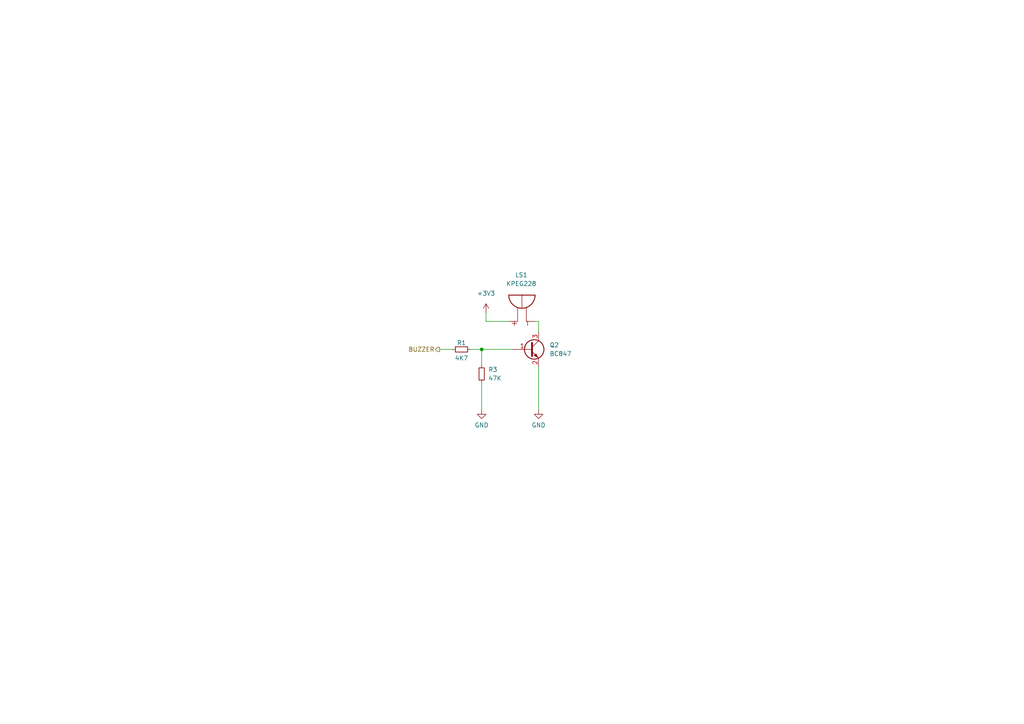
<source format=kicad_sch>
(kicad_sch (version 20211123) (generator eeschema)
  (paper "A4")
  (lib_symbols
    (symbol "Device:R_Small" (pin_numbers hide) (pin_names (offset 0.254) hide)
      (property "Reference" "R" (at 0.762 0.508 0))
      (property "Value" "R_Small" (at 0.762 -1.016 0))
      (symbol "R_Small_0_1"
        (rectangle (start -0.762 1.778) (end 0.762 -1.778) (stroke (width 0.2032)))
      )
      (symbol "R_Small_1_1"
        (pin passive line (at 0 2.54 270) (length 0.762) (name "~") (number "1"))
        (pin passive line (at 0 -2.54 90) (length 0.762) (name "~") (number "2"))
      )
    )
    (symbol "KPEG228:KPEG228" (pin_numbers hide) (pin_names (offset 1.016) hide)
      (property "Reference" "LS" (at -2.54 6.35 0))
      (property "Value" "KPEG228" (at -2.54 -5.08 0))
      (symbol "KPEG228_0_0"
        (polyline (pts (xy -2.54 0) (xy 1.397 0)) (stroke (width 0.1524)))
        (polyline (pts (xy -2.54 2.54) (xy 1.397 2.54)) (stroke (width 0.1524)))
        (polyline (pts (xy 1.27 1.27) (xy 5.08 1.27)) (stroke (width 0.1524)))
        (polyline (pts (xy 5.08 1.27) (xy 5.08 -2.54)) (stroke (width 0.254)))
        (polyline (pts (xy 5.08 5.08) (xy 5.08 1.27)) (stroke (width 0.254)))
        (arc (start 5.08 5.08) (mid 1.27 1.27) (end 5.08 -2.54) (stroke (width 0.254)))
        (text "+" (at -4.318 2.54 0) (effects (font (size 1.778 1.778)) (justify left bottom)))
        (text "-" (at -4.318 -1.27 0) (effects (font (size 1.778 1.778)) (justify left bottom)))
        (pin passive line (at -2.54 -2.54 90) (length 2.54) (name "~") (number "N"))
        (pin passive line (at -2.54 5.08 270) (length 2.54) (name "~") (number "P"))
      )
    )
    (symbol "Transistor_BJT:BC847" (pin_names (offset 0) hide)
      (property "Reference" "Q" (at 5.08 1.905 0))
      (property "Value" "BC847" (at 5.08 0 0))
      (symbol "BC847_0_1"
        (polyline (pts (xy 0.635 0.635) (xy 2.54 2.54)))
        (polyline (pts (xy 0.635 -0.635) (xy 2.54 -2.54) (xy 2.54 -2.54)))
        (polyline (pts (xy 0.635 1.905) (xy 0.635 -1.905) (xy 0.635 -1.905)) (stroke (width 0.508)))
        (polyline (pts (xy 1.27 -1.778) (xy 1.778 -1.27) (xy 2.286 -2.286) (xy 1.27 -1.778) (xy 1.27 -1.778)) (fill (type outline)))
        (circle (center 1.27 0) (radius 2.8194) (stroke (width 0.254)))
      )
      (symbol "BC847_1_1"
        (pin input line (at -5.08 0 0) (length 5.715) (name "B") (number "1"))
        (pin passive line (at 2.54 -5.08 90) (length 2.54) (name "E") (number "2"))
        (pin passive line (at 2.54 5.08 270) (length 2.54) (name "C") (number "3"))
      )
    )
    (symbol "power:+3V3" (power) (pin_names (offset 0))
      (property "Value" "+3V3" (at 0 3.556 0))
      (symbol "+3V3_0_1"
        (polyline (pts (xy -0.762 1.27) (xy 0 2.54)))
        (polyline (pts (xy 0 0) (xy 0 2.54)))
        (polyline (pts (xy 0 2.54) (xy 0.762 1.27)))
      )
      (symbol "+3V3_1_1"
        (pin power_in line (at 0 0 90) (length 0) hide (name "+3V3") (number "1"))
      )
    )
    (symbol "power:GND" (power) (pin_names (offset 0))
      (property "Value" "GND" (at 0 -3.81 0))
      (symbol "GND_0_1"
        (polyline (pts (xy 0 0) (xy 0 -1.27) (xy 1.27 -1.27) (xy 0 -2.54) (xy -1.27 -1.27) (xy 0 -1.27)))
      )
      (symbol "GND_1_1"
        (pin power_in line (at 0 0 270) (length 0) hide (name "GND") (number "1"))
      )
    )
  )
  (junction (at 139.7 101.346))
  (wire (pts (xy 156.21 106.426) (xy 156.21 118.872)))
  (wire (pts (xy 156.21 93.218) (xy 155.194 93.218)))
  (wire (pts (xy 139.7 101.346) (xy 139.7 105.918)))
  (wire (pts (xy 156.21 96.266) (xy 156.21 93.218)))
  (wire (pts (xy 127.508 101.346) (xy 131.318 101.346)))
  (wire (pts (xy 140.97 90.678) (xy 140.97 93.218)))
  (wire (pts (xy 136.398 101.346) (xy 139.7 101.346)))
  (wire (pts (xy 148.59 101.346) (xy 139.7 101.346)))
  (wire (pts (xy 140.97 93.218) (xy 147.574 93.218)))
  (wire (pts (xy 139.7 110.998) (xy 139.7 118.872)))
  (hierarchical_label "BUZZER" (shape output) (at 127.508 101.346 180))
  (symbol (lib_id "power:GND") (at 139.7 118.872 0) (unit 1)
    (property "Reference" "#PWR02" (effects hide))
    (property "Value" "GND" (at 139.7 123.317 0))
  )
  (symbol (lib_id "Device:R_Small") (at 133.858 101.346 90) (unit 1)
    (property "Reference" "R1" (at 133.858 99.441 90))
    (property "Value" "4K7" (at 133.858 103.886 90))
    (property "Footprint" "Resistor_SMD:R_0603_1608Metric" (effects hide))
  )
  (symbol (lib_id "Transistor_BJT:BC847") (at 153.67 101.346 0) (unit 1)
    (property "Reference" "Q2" (at 159.385 100.0759 0) (effects (justify left)))
    (property "Value" "BC847" (at 159.385 102.6159 0) (effects (justify left)))
    (property "Footprint" "Package_TO_SOT_SMD:SOT-23" (effects hide))
    (property "Datasheet" "http://www.infineon.com/dgdl/Infineon-BC847SERIES_BC848SERIES_BC849SERIES_BC850SERIES-DS-v01_01-en.pdf?fileId=db3a304314dca389011541d4630a1657" (effects hide))
  )
  (symbol (lib_id "power:+3V3") (at 140.97 90.678 0) (mirror y) (unit 1)
    (property "Reference" "#PWR03" (effects hide))
    (property "Value" "+3V3" (at 140.97 85.09 0))
  )
  (symbol (lib_id "Device:R_Small") (at 139.7 108.458 0) (unit 1)
    (property "Reference" "R3" (at 141.605 107.1879 0) (effects (justify left)))
    (property "Value" "47K" (at 141.605 109.7279 0) (effects (justify left)))
    (property "Footprint" "Resistor_SMD:R_0603_1608Metric" (effects hide))
  )
  (symbol (lib_id "power:GND") (at 156.21 118.872 0) (unit 1)
    (property "Reference" "#PWR04" (effects hide))
    (property "Value" "GND" (at 156.21 123.317 0))
  )
  (symbol (lib_id "KPEG228:KPEG228") (at 152.654 90.678 90) (unit 1)
    (property "Reference" "LS1" (at 151.2028 79.756 90))
    (property "Value" "KPEG228" (at 151.2028 82.296 90))
    (property "Footprint" "Buzzer:XDCR_KPEG228" (effects hide))
    (property "MANUFACTURER" "Kingstate" (effects hide))
    (property "PARTREV" "1.2" (effects hide))
    (property "STANDARD" "IPC-7351B" (effects hide))
    (property "MAXIMUM_PACKAGE_HEIGHT" "9 mm" (effects hide))
  )
)
</source>
